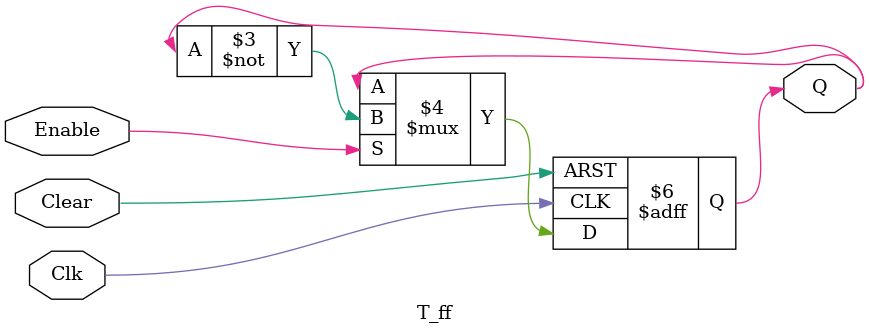
<source format=v>
`timescale 1ns / 1ps


module T_ff(
    input Enable,
    input Clk,
    input Clear,
    output reg Q
    );
    always @(posedge Clk or negedge Clear)
    begin
        if (!Clear)
            Q <= 0;
        else if (Enable)
            Q <= ~Q;
    end
endmodule

</source>
